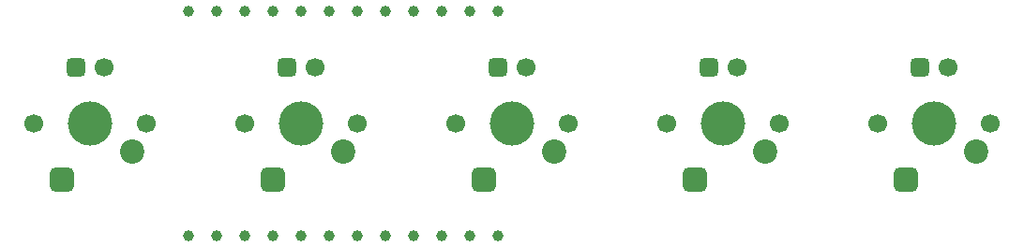
<source format=gbr>
%TF.GenerationSoftware,KiCad,Pcbnew,7.0.6*%
%TF.CreationDate,2023-10-13T04:00:25-07:00*%
%TF.ProjectId,SAL-FP_Keyboard,53414c2d-4650-45f4-9b65-79626f617264,A*%
%TF.SameCoordinates,PX8be9df0PY734a290*%
%TF.FileFunction,Soldermask,Top*%
%TF.FilePolarity,Negative*%
%FSLAX46Y46*%
G04 Gerber Fmt 4.6, Leading zero omitted, Abs format (unit mm)*
G04 Created by KiCad (PCBNEW 7.0.6) date 2023-10-13 04:00:25*
%MOMM*%
%LPD*%
G01*
G04 APERTURE LIST*
G04 Aperture macros list*
%AMRoundRect*
0 Rectangle with rounded corners*
0 $1 Rounding radius*
0 $2 $3 $4 $5 $6 $7 $8 $9 X,Y pos of 4 corners*
0 Add a 4 corners polygon primitive as box body*
4,1,4,$2,$3,$4,$5,$6,$7,$8,$9,$2,$3,0*
0 Add four circle primitives for the rounded corners*
1,1,$1+$1,$2,$3*
1,1,$1+$1,$4,$5*
1,1,$1+$1,$6,$7*
1,1,$1+$1,$8,$9*
0 Add four rect primitives between the rounded corners*
20,1,$1+$1,$2,$3,$4,$5,0*
20,1,$1+$1,$4,$5,$6,$7,0*
20,1,$1+$1,$6,$7,$8,$9,0*
20,1,$1+$1,$8,$9,$2,$3,0*%
G04 Aperture macros list end*
%ADD10C,1.700000*%
%ADD11RoundRect,0.425000X0.425000X0.425000X-0.425000X0.425000X-0.425000X-0.425000X0.425000X-0.425000X0*%
%ADD12C,2.200000*%
%ADD13RoundRect,0.550000X0.550000X0.550000X-0.550000X0.550000X-0.550000X-0.550000X0.550000X-0.550000X0*%
%ADD14C,4.000000*%
%ADD15C,1.000000*%
G04 APERTURE END LIST*
D10*
%TO.C,SW5*%
X-14630000Y-9920000D03*
D11*
X-17170000Y-9920000D03*
D12*
X-12090000Y-17540000D03*
D13*
X-18440000Y-20080000D03*
D10*
X-20980000Y-15000000D03*
D14*
X-15900000Y-15000000D03*
D10*
X-10820000Y-15000000D03*
%TD*%
%TO.C,SW3*%
X-48920000Y-15000000D03*
D14*
X-54000000Y-15000000D03*
D10*
X-59080000Y-15000000D03*
D13*
X-56540000Y-20080000D03*
D12*
X-50190000Y-17540000D03*
D11*
X-55270000Y-9920000D03*
D10*
X-52730000Y-9920000D03*
%TD*%
%TO.C,SW4*%
X-29870000Y-15000000D03*
D14*
X-34950000Y-15000000D03*
D10*
X-40030000Y-15000000D03*
D13*
X-37490000Y-20080000D03*
D12*
X-31140000Y-17540000D03*
D11*
X-36220000Y-9920000D03*
D10*
X-33680000Y-9920000D03*
%TD*%
%TO.C,SW2*%
X-67970000Y-15000000D03*
D14*
X-73050000Y-15000000D03*
D10*
X-78130000Y-15000000D03*
D13*
X-75590000Y-20080000D03*
D12*
X-69240000Y-17540000D03*
D11*
X-74320000Y-9920000D03*
D10*
X-71780000Y-9920000D03*
%TD*%
%TO.C,SW1*%
X-87020000Y-15000000D03*
D14*
X-92100000Y-15000000D03*
D10*
X-97180000Y-15000000D03*
D13*
X-94640000Y-20080000D03*
D12*
X-88290000Y-17540000D03*
D11*
X-93370000Y-9920000D03*
D10*
X-90830000Y-9920000D03*
%TD*%
D15*
%TO.C,J3*%
X-83210000Y-25160000D03*
X-80670000Y-25160000D03*
X-78130000Y-25160000D03*
X-75590000Y-25160000D03*
X-73050000Y-25160000D03*
X-70510000Y-25160000D03*
X-67970000Y-25160000D03*
X-65430000Y-25160000D03*
X-62890000Y-25160000D03*
X-60350000Y-25160000D03*
X-57810000Y-25160000D03*
X-55270000Y-25160000D03*
%TD*%
%TO.C,J2*%
X-83210000Y-4840000D03*
X-80670000Y-4840000D03*
X-78130000Y-4840000D03*
X-75590000Y-4840000D03*
X-73050000Y-4840000D03*
X-70510000Y-4840000D03*
X-67970000Y-4840000D03*
X-65430000Y-4840000D03*
X-62890000Y-4840000D03*
X-60350000Y-4840000D03*
X-57810000Y-4840000D03*
X-55270000Y-4840000D03*
%TD*%
M02*

</source>
